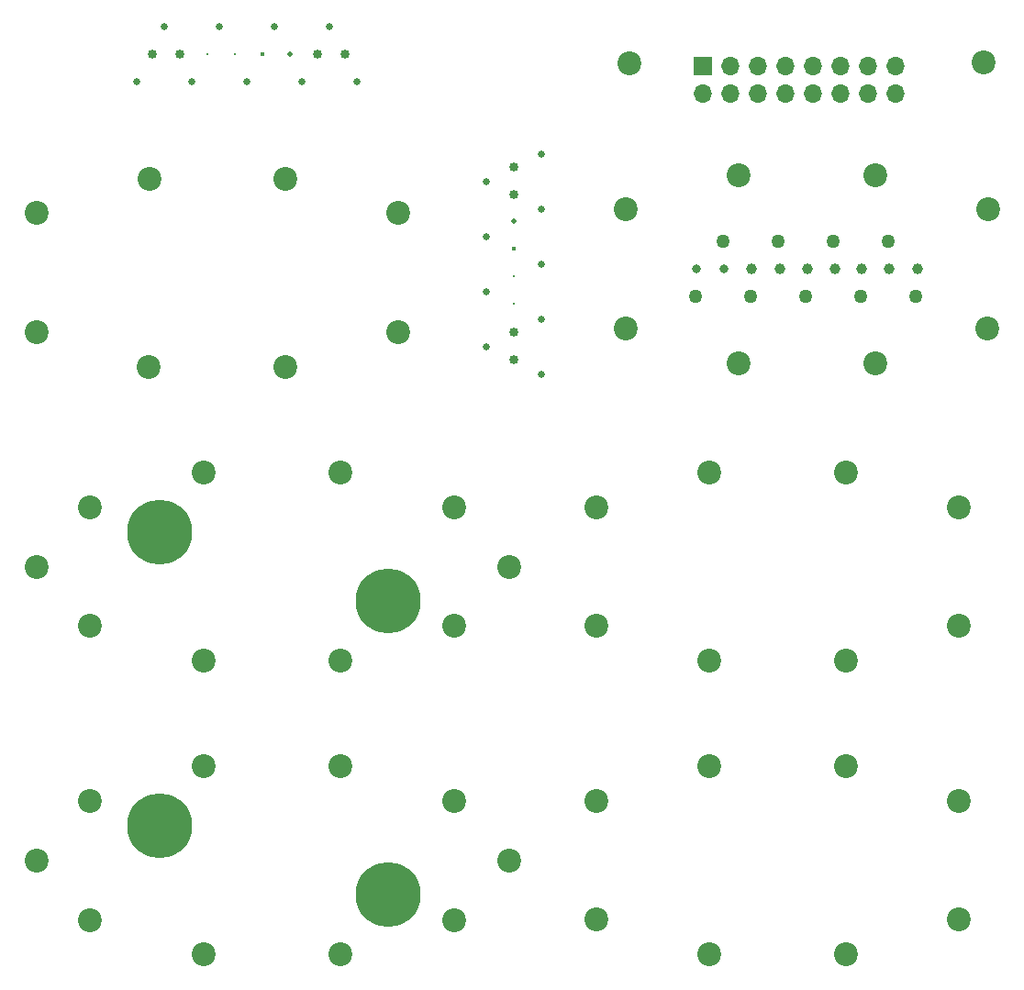
<source format=gts>
%MOIN*%
%OFA0B0*%
%FSLAX46Y46*%
%IPPOS*%
%LPD*%
%ADD10C,0.031496062992125991*%
%ADD11O,0.066929133858267723X0.066929133858267723*%
%ADD12R,0.066929133858267723X0.066929133858267723*%
%ADD13C,0.086614173228346469*%
%ADD14C,0.05*%
%ADD15C,0.03937007874015748*%
%ADD26C,0.086614173228346469*%
%ADD27C,0.025*%
%ADD28C,0.01968503937007874*%
%ADD29C,0.015748031496062995*%
%ADD30C,0.011811023622047244*%
%ADD31C,0.00984251968503937*%
%ADD32C,0.033464566929133861*%
%ADD33C,0.086614173228346469*%
%ADD34C,0.23622047244094491*%
%ADD35C,0.025*%
%ADD36C,0.01968503937007874*%
%ADD37C,0.015748031496062995*%
%ADD38C,0.011811023622047244*%
%ADD39C,0.00984251968503937*%
%ADD40C,0.033464566929133861*%
%ADD41C,0.086614173228346469*%
%ADD42C,0.23622047244094491*%
%ADD43C,0.086614173228346469*%
%ADD44C,0.086614173228346469*%
G01*
D10*
X-0002519685Y0005137795D02*
X0002518314Y0002639795D03*
D11*
X0003240314Y0003277795D03*
X0003240314Y0003377795D03*
X0003140314Y0003277795D03*
X0003140314Y0003377795D03*
X0003040314Y0003277795D03*
X0003040314Y0003377795D03*
X0002940314Y0003277795D03*
X0002940314Y0003377795D03*
X0002840314Y0003277795D03*
X0002840314Y0003377795D03*
X0002740314Y0003277795D03*
X0002740314Y0003377795D03*
X0002640314Y0003277795D03*
X0002640314Y0003377795D03*
X0002540314Y0003277795D03*
D12*
X0002540314Y0003377795D03*
D13*
X0003560314Y0003390795D03*
X0002273314Y0003388795D03*
D14*
X0002813314Y0002739795D03*
X0003213814Y0002739795D03*
X0003313314Y0002540795D03*
X0003113314Y0002539795D03*
X0002913314Y0002539795D03*
X0002713314Y0002539795D03*
X0002613314Y0002739795D03*
X0003013314Y0002739795D03*
D13*
X0003166814Y0002982295D03*
X0003166814Y0002297295D03*
X0002670814Y0002982295D03*
X0003576314Y0002856295D03*
X0003575814Y0002423295D03*
X0002261314Y0002423295D03*
X0002670314Y0002297295D03*
X0002261314Y0002856295D03*
D14*
X0002513314Y0002539795D03*
D15*
X0003019314Y0002639795D03*
X0003118814Y0002639795D03*
X0002819314Y0002639795D03*
D10*
X0002618814Y0002639795D03*
D15*
X0002919814Y0002639795D03*
X0003218814Y0002639795D03*
X0003322314Y0002639795D03*
X0002718814Y0002639795D03*
G04 next file*
G04 #@! TF.GenerationSoftware,KiCad,Pcbnew,(5.1.12)-1*
G04 #@! TF.CreationDate,2022-04-03T11:08:51+08:00*
G04 #@! TF.ProjectId,Nozzle,4e6f7a7a-6c65-42e6-9b69-6361645f7063,Gen3.1b*
G04 #@! TF.SameCoordinates,Original*
G04 #@! TF.FileFunction,Soldermask,Top*
G04 #@! TF.FilePolarity,Negative*
G04 Gerber Fmt 4.6, Leading zero omitted, Abs format (unit mm)*
G04 Created by KiCad (PCBNEW (5.1.12)-1) date 2022-04-03 11:08:51*
G01*
G04 APERTURE LIST*
G04 APERTURE END LIST*
D26*
X-0002614519Y0004115220D02*
X0003469980Y0000708720D03*
X0003060480Y0000149720D03*
X0002154980Y0000708720D03*
X0002154980Y0000275720D03*
X0002564980Y0000834720D03*
X0003059980Y0000834720D03*
X0003469480Y0000275720D03*
X0002564480Y0000149720D03*
G04 next file*
G04 #@! TF.GenerationSoftware,KiCad,Pcbnew,(5.1.12)-1*
G04 #@! TF.CreationDate,2022-03-29T21:33:58+08:00*
G04 #@! TF.ProjectId,Nozzle,4e6f7a7a-6c65-42e6-9b69-6361645f7063,Gen3.1b*
G04 #@! TF.SameCoordinates,Original*
G04 #@! TF.FileFunction,Soldermask,Top*
G04 #@! TF.FilePolarity,Negative*
G04 Gerber Fmt 4.6, Leading zero omitted, Abs format (unit mm)*
G04 Created by KiCad (PCBNEW (5.1.12)-1) date 2022-03-29 21:33:58*
G01*
G04 APERTURE LIST*
G04 APERTURE END LIST*
D27*
X-0004527559Y0004724409D02*
X0001284940Y0003320909D03*
X0000684940Y0003320409D03*
X0000884940Y0003320409D03*
X0001084940Y0003320909D03*
X0000484940Y0003320409D03*
X0000584940Y0003520409D03*
X0000784940Y0003520409D03*
X0001184940Y0003520409D03*
X0000984940Y0003520409D03*
D28*
X0001040940Y0003421909D03*
D29*
X0000940940Y0003420909D03*
D30*
X0000840940Y0003420409D03*
D31*
X0000740940Y0003420409D03*
D32*
X0001239940Y0003420909D03*
X0000639940Y0003420409D03*
X0001139940Y0003420409D03*
X0000539940Y0003420409D03*
G04 next file*
G04 #@! TF.GenerationSoftware,KiCad,Pcbnew,(5.1.12)-1*
G04 #@! TF.CreationDate,2022-04-03T11:03:18+08:00*
G04 #@! TF.ProjectId,Nozzle,4e6f7a7a-6c65-42e6-9b69-6361645f7063,Gen3.1b*
G04 #@! TF.SameCoordinates,Original*
G04 #@! TF.FileFunction,Soldermask,Top*
G04 #@! TF.FilePolarity,Negative*
G04 Gerber Fmt 4.6, Leading zero omitted, Abs format (unit mm)*
G04 Created by KiCad (PCBNEW (5.1.12)-1) date 2022-04-03 11:03:18*
G01*
G04 APERTURE LIST*
G04 APERTURE END LIST*
D33*
X-0004461847Y0005193189D02*
X0001637652Y0000708689D03*
X0001224652Y0000834689D03*
X0000728652Y0000149689D03*
X0000728652Y0000834689D03*
X0000315152Y0000708689D03*
X0001637652Y0000275689D03*
X0001224652Y0000149689D03*
X0000315152Y0000275689D03*
X0000119652Y0000491189D03*
X0001836652Y0000491189D03*
D34*
X0001399152Y0000367189D03*
X0000567152Y0000618189D03*
G04 next file*
G04 #@! TF.GenerationSoftware,KiCad,Pcbnew,(5.1.12)-1*
G04 #@! TF.CreationDate,2022-03-29T21:33:58+08:00*
G04 #@! TF.ProjectId,Nozzle,4e6f7a7a-6c65-42e6-9b69-6361645f7063,Gen3.1b*
G04 #@! TF.SameCoordinates,Original*
G04 #@! TF.FileFunction,Soldermask,Top*
G04 #@! TF.FilePolarity,Negative*
G04 Gerber Fmt 4.6, Leading zero omitted, Abs format (unit mm)*
G04 Created by KiCad (PCBNEW (5.1.12)-1) date 2022-03-29 21:33:58*
G01*
G04 APERTURE LIST*
G04 APERTURE END LIST*
D35*
X0000551181Y-0002755905D02*
X0001954681Y0003056594D03*
X0001955181Y0002456594D03*
X0001955181Y0002656594D03*
X0001954681Y0002856594D03*
X0001955181Y0002256594D03*
X0001755181Y0002356594D03*
X0001755181Y0002556594D03*
X0001755181Y0002956594D03*
X0001755181Y0002756594D03*
D36*
X0001853681Y0002812594D03*
D37*
X0001854681Y0002712594D03*
D38*
X0001855181Y0002612594D03*
D39*
X0001855181Y0002512594D03*
D40*
X0001854681Y0003011594D03*
X0001855181Y0002411594D03*
X0001855181Y0002911594D03*
X0001855181Y0002311594D03*
G04 next file*
G04 #@! TF.GenerationSoftware,KiCad,Pcbnew,(5.1.12)-1*
G04 #@! TF.CreationDate,2022-04-03T11:03:18+08:00*
G04 #@! TF.ProjectId,Nozzle,4e6f7a7a-6c65-42e6-9b69-6361645f7063,Gen3.1b*
G04 #@! TF.SameCoordinates,Original*
G04 #@! TF.FileFunction,Soldermask,Top*
G04 #@! TF.FilePolarity,Negative*
G04 Gerber Fmt 4.6, Leading zero omitted, Abs format (unit mm)*
G04 Created by KiCad (PCBNEW (5.1.12)-1) date 2022-04-03 11:03:18*
G01*
G04 APERTURE LIST*
G04 APERTURE END LIST*
D41*
X-0004461847Y0006260119D02*
X0001637652Y0001775619D03*
X0001224652Y0001901619D03*
X0000728652Y0001216619D03*
X0000728652Y0001901619D03*
X0000315152Y0001775619D03*
X0001637652Y0001342619D03*
X0001224652Y0001216619D03*
X0000315152Y0001342619D03*
X0000119652Y0001558119D03*
X0001836652Y0001558119D03*
D42*
X0001399152Y0001434119D03*
X0000567152Y0001685119D03*
G04 next file*
G04 #@! TF.GenerationSoftware,KiCad,Pcbnew,(5.1.12)-1*
G04 #@! TF.CreationDate,2022-04-03T11:08:51+08:00*
G04 #@! TF.ProjectId,Nozzle,4e6f7a7a-6c65-42e6-9b69-6361645f7063,Gen3.1b*
G04 #@! TF.SameCoordinates,Original*
G04 #@! TF.FileFunction,Soldermask,Top*
G04 #@! TF.FilePolarity,Negative*
G04 Gerber Fmt 4.6, Leading zero omitted, Abs format (unit mm)*
G04 Created by KiCad (PCBNEW (5.1.12)-1) date 2022-04-03 11:08:51*
G01*
G04 APERTURE LIST*
G04 APERTURE END LIST*
D43*
X-0004649984Y0006249080D02*
X0001434515Y0002842580D03*
X0001025015Y0002283580D03*
X0000119515Y0002842580D03*
X0000119515Y0002409580D03*
X0000529515Y0002968580D03*
X0001024515Y0002968580D03*
X0001434015Y0002409580D03*
X0000529015Y0002283580D03*
G04 next file*
G04 #@! TF.GenerationSoftware,KiCad,Pcbnew,(5.1.12)-1*
G04 #@! TF.CreationDate,2022-04-03T11:08:51+08:00*
G04 #@! TF.ProjectId,Nozzle,4e6f7a7a-6c65-42e6-9b69-6361645f7063,Gen3.1b*
G04 #@! TF.SameCoordinates,Original*
G04 #@! TF.FileFunction,Soldermask,Top*
G04 #@! TF.FilePolarity,Negative*
G04 Gerber Fmt 4.6, Leading zero omitted, Abs format (unit mm)*
G04 Created by KiCad (PCBNEW (5.1.12)-1) date 2022-04-03 11:08:51*
G01*
G04 APERTURE LIST*
G04 APERTURE END LIST*
D44*
X-0002614519Y0005182150D02*
X0003469980Y0001775650D03*
X0003060480Y0001216650D03*
X0002154980Y0001775650D03*
X0002154980Y0001342650D03*
X0002564980Y0001901650D03*
X0003059980Y0001901650D03*
X0003469480Y0001342650D03*
X0002564480Y0001216650D03*
M02*
</source>
